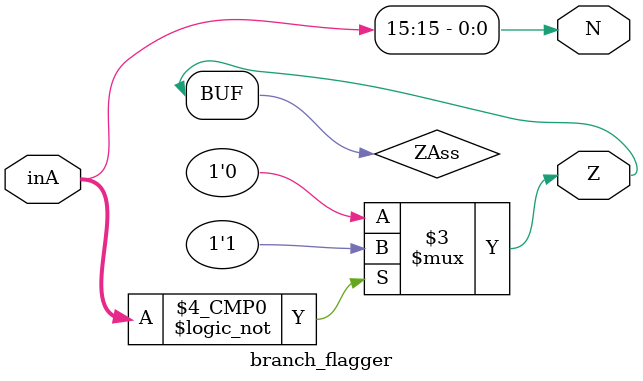
<source format=v>
module branch_flagger(inA, N, Z);

    input [15:0] inA;
    output N;
    output Z;

    assign N = inA[15];

    reg ZAss;

    always @ (*) begin
        case(inA)
            15'h0000:begin
               ZAss = 1;
            end
            default:begin
                ZAss = 0;
            end
        endcase
    end 
    
    assign Z = ZAss;

endmodule

</source>
